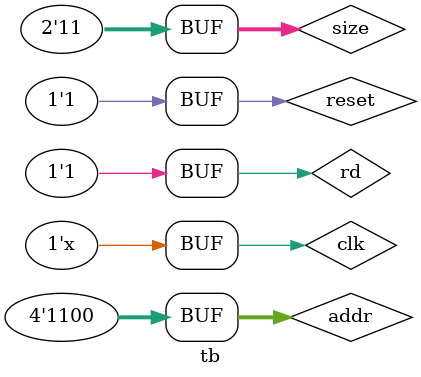
<source format=v>
module tb();

reg [3:0] addr;
reg [1:0] size;
reg clk, reset, rd;
wire [63:0] data;

Mem m0(
	.addr(addr),
	.size(size),
	.clk(clk),
	.reset(reset),
	.rd(rd),
	.data(data)
);

always
	#10 clk = ~clk;

initial
begin
	clk = 0;
	addr = 4;
	size = 0;
	reset = 0;
	rd = 1;
	
	#20 size = 1;
	#20 size = 2;
	#20 size = 3;
	#20 addr = 12;
	rd = 0;
	#20 rd = 1;
	#20 reset = 1;
end
endmodule
</source>
